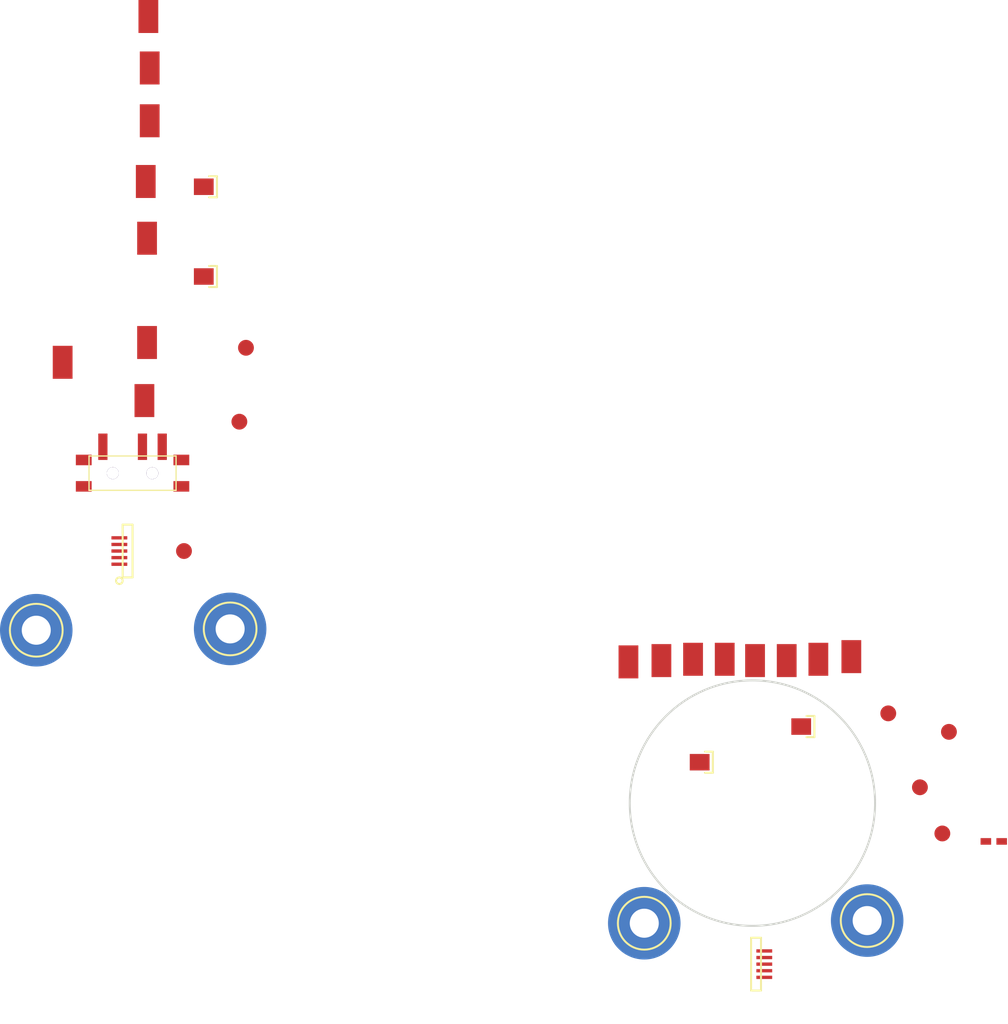
<source format=kicad_pcb>
(kicad_pcb (version 4) (host pcbnew 4.0.7-e2-6376~58~ubuntu14.04.1)

  (general
    (links 35)
    (no_connects 31)
    (area 0 0 0 0)
    (thickness 1.6)
    (drawings 1)
    (tracks 0)
    (zones 0)
    (modules 35)
    (nets 16)
  )

  (page A4)
  (layers
    (0 F.Cu signal)
    (31 B.Cu signal)
    (32 B.Adhes user)
    (33 F.Adhes user)
    (34 B.Paste user)
    (35 F.Paste user)
    (36 B.SilkS user)
    (37 F.SilkS user)
    (38 B.Mask user)
    (39 F.Mask user)
    (40 Dwgs.User user)
    (41 Cmts.User user)
    (42 Eco1.User user)
    (43 Eco2.User user)
    (44 Edge.Cuts user)
    (45 Margin user)
    (46 B.CrtYd user)
    (47 F.CrtYd user)
    (48 B.Fab user)
    (49 F.Fab user)
  )

  (setup
    (last_trace_width 0.25)
    (trace_clearance 0.2)
    (zone_clearance 0.508)
    (zone_45_only no)
    (trace_min 0.2)
    (segment_width 0.2)
    (edge_width 0.15)
    (via_size 0.6)
    (via_drill 0.4)
    (via_min_size 0.4)
    (via_min_drill 0.3)
    (uvia_size 0.3)
    (uvia_drill 0.1)
    (uvias_allowed no)
    (uvia_min_size 0.2)
    (uvia_min_drill 0.1)
    (pcb_text_width 0.3)
    (pcb_text_size 1.5 1.5)
    (mod_edge_width 0.15)
    (mod_text_size 1 1)
    (mod_text_width 0.15)
    (pad_size 1.524 1.524)
    (pad_drill 0.762)
    (pad_to_mask_clearance 0.2)
    (aux_axis_origin 0 0)
    (visible_elements FFFFFF7F)
    (pcbplotparams
      (layerselection 0x00030_80000001)
      (usegerberextensions false)
      (excludeedgelayer true)
      (linewidth 0.100000)
      (plotframeref false)
      (viasonmask false)
      (mode 1)
      (useauxorigin false)
      (hpglpennumber 1)
      (hpglpenspeed 20)
      (hpglpendiameter 15)
      (hpglpenoverlay 2)
      (psnegative false)
      (psa4output false)
      (plotreference true)
      (plotvalue true)
      (plotinvisibletext false)
      (padsonsilk false)
      (subtractmaskfromsilk false)
      (outputformat 1)
      (mirror false)
      (drillshape 1)
      (scaleselection 1)
      (outputdirectory ""))
  )

  (net 0 "")
  (net 1 VCC)
  (net 2 GND)
  (net 3 /LED_BOTTOM_0)
  (net 4 /LED_TOP_0)
  (net 5 /LED_TOP_1)
  (net 6 /LED_BOTTOM_1)
  (net 7 "Net-(NA1-Pad1)")
  (net 8 "Net-(NA3-Pad1)")
  (net 9 "Net-(R1-Pad1)")
  (net 10 "Net-(R3-Pad1)")
  (net 11 "Net-(SW1-Pad3)")
  (net 12 "Net-(TP3-Pad1)")
  (net 13 "Net-(U1-Pad4)")
  (net 14 "Net-(U1-Pad3)")
  (net 15 "Net-(U2-Pad13)")

  (net_class Default "This is the default net class."
    (clearance 0.2)
    (trace_width 0.25)
    (via_dia 0.6)
    (via_drill 0.4)
    (uvia_dia 0.3)
    (uvia_drill 0.1)
    (add_net /LED_BOTTOM_0)
    (add_net /LED_BOTTOM_1)
    (add_net /LED_TOP_0)
    (add_net /LED_TOP_1)
    (add_net GND)
    (add_net "Net-(NA1-Pad1)")
    (add_net "Net-(NA3-Pad1)")
    (add_net "Net-(R1-Pad1)")
    (add_net "Net-(R3-Pad1)")
    (add_net "Net-(SW1-Pad3)")
    (add_net "Net-(TP3-Pad1)")
    (add_net "Net-(U1-Pad3)")
    (add_net "Net-(U1-Pad4)")
    (add_net "Net-(U2-Pad13)")
    (add_net VCC)
  )

  (module KiCad_Footprints:ZF_SMD_NonPol_0402_cap (layer F.Cu) (tedit 591B0C39) (tstamp 5A42C788)
    (at 151.4 112.6)
    (path /5A432063)
    (fp_text reference C1 (at 0 1.25) (layer F.Fab)
      (effects (font (size 1 1) (thickness 0.15)))
    )
    (fp_text value C (at 0 -1.5) (layer F.Fab) hide
      (effects (font (size 1 1) (thickness 0.15)))
    )
    (pad 1 smd rect (at -0.6 0) (size 0.8 0.5) (layers F.Cu F.Paste F.Mask)
      (net 1 VCC))
    (pad 2 smd rect (at 0.6 0) (size 0.8 0.5) (layers F.Cu F.Paste F.Mask)
      (net 2 GND))
    (model Capacitors_SMD.3dshapes/C_0402.wrl
      (at (xyz 0 0 0))
      (scale (xyz 1 1 1))
      (rotate (xyz 0 0 0))
    )
  )

  (module KiCad_Footprints:ZF_SMD_0508_CORD (layer F.Cu) (tedit 5A42C6CD) (tstamp 5A42C78D)
    (at 87.3 50.1)
    (path /5A435F01)
    (fp_text reference D1 (at 0 2.75) (layer F.SilkS) hide
      (effects (font (size 1 1) (thickness 0.15)))
    )
    (fp_text value LED0 (at 0 -3) (layer F.Fab) hide
      (effects (font (size 1 1) (thickness 0.15)))
    )
    (pad 1 smd rect (at 0 0) (size 1.5 2.5) (layers F.Cu F.Paste F.Mask)
      (net 3 /LED_BOTTOM_0))
  )

  (module KiCad_Footprints:ZF_SMD_0508_CORD (layer F.Cu) (tedit 5A42C6CD) (tstamp 5A42C792)
    (at 126.2 98.9)
    (path /5A436804)
    (fp_text reference D2 (at 0 2.75) (layer F.SilkS) hide
      (effects (font (size 1 1) (thickness 0.15)))
    )
    (fp_text value LED1 (at 0 -3) (layer F.Fab) hide
      (effects (font (size 1 1) (thickness 0.15)))
    )
    (pad 1 smd rect (at 0 0) (size 1.5 2.5) (layers F.Cu F.Paste F.Mask)
      (net 4 /LED_TOP_0))
  )

  (module KiCad_Footprints:ZF_SMD_0508_CORD (layer F.Cu) (tedit 5A42C6CD) (tstamp 5A42C797)
    (at 80.8 76.3)
    (path /5A437665)
    (fp_text reference D3 (at 0 2.75) (layer F.SilkS) hide
      (effects (font (size 1 1) (thickness 0.15)))
    )
    (fp_text value LED2 (at 0 -3) (layer F.Fab) hide
      (effects (font (size 1 1) (thickness 0.15)))
    )
    (pad 1 smd rect (at 0 0) (size 1.5 2.5) (layers F.Cu F.Paste F.Mask)
      (net 3 /LED_BOTTOM_0))
  )

  (module KiCad_Footprints:ZF_SMD_0508_CORD (layer F.Cu) (tedit 5A42C6CD) (tstamp 5A42C79C)
    (at 131 98.8)
    (path /5A437671)
    (fp_text reference D4 (at 0 2.75) (layer F.SilkS) hide
      (effects (font (size 1 1) (thickness 0.15)))
    )
    (fp_text value LED3 (at 0 -3) (layer F.Fab) hide
      (effects (font (size 1 1) (thickness 0.15)))
    )
    (pad 1 smd rect (at 0 0) (size 1.5 2.5) (layers F.Cu F.Paste F.Mask)
      (net 5 /LED_TOP_1))
  )

  (module KiCad_Footprints:ZF_SMD_0508_CORD (layer F.Cu) (tedit 5A42C6CD) (tstamp 5A42C7A1)
    (at 87.4 58)
    (path /5A437FF7)
    (fp_text reference D5 (at 0 2.75) (layer F.SilkS) hide
      (effects (font (size 1 1) (thickness 0.15)))
    )
    (fp_text value LED4 (at 0 -3) (layer F.Fab) hide
      (effects (font (size 1 1) (thickness 0.15)))
    )
    (pad 1 smd rect (at 0 0) (size 1.5 2.5) (layers F.Cu F.Paste F.Mask)
      (net 6 /LED_BOTTOM_1))
  )

  (module KiCad_Footprints:ZF_SMD_0508_CORD (layer F.Cu) (tedit 5A42C6CD) (tstamp 5A42C7A6)
    (at 135.7 98.9)
    (path /5A438003)
    (fp_text reference D6 (at 0 2.75) (layer F.SilkS) hide
      (effects (font (size 1 1) (thickness 0.15)))
    )
    (fp_text value LED5 (at 0 -3) (layer F.Fab) hide
      (effects (font (size 1 1) (thickness 0.15)))
    )
    (pad 1 smd rect (at 0 0) (size 1.5 2.5) (layers F.Cu F.Paste F.Mask)
      (net 5 /LED_TOP_1))
  )

  (module KiCad_Footprints:ZF_SMD_0508_CORD (layer F.Cu) (tedit 5A42C6CD) (tstamp 5A42C7AB)
    (at 87 79.2)
    (path /5A438FD2)
    (fp_text reference D7 (at 0 2.75) (layer F.SilkS) hide
      (effects (font (size 1 1) (thickness 0.15)))
    )
    (fp_text value LED6 (at 0 -3) (layer F.Fab) hide
      (effects (font (size 1 1) (thickness 0.15)))
    )
    (pad 1 smd rect (at 0 0) (size 1.5 2.5) (layers F.Cu F.Paste F.Mask)
      (net 6 /LED_BOTTOM_1))
  )

  (module KiCad_Footprints:ZF_SMD_0508_CORD (layer F.Cu) (tedit 5A42C6CD) (tstamp 5A42C7B0)
    (at 140.6 98.6)
    (path /5A438FDE)
    (fp_text reference D8 (at 0 2.75) (layer F.SilkS) hide
      (effects (font (size 1 1) (thickness 0.15)))
    )
    (fp_text value LED7 (at 0 -3) (layer F.Fab) hide
      (effects (font (size 1 1) (thickness 0.15)))
    )
    (pad 1 smd rect (at 0 0) (size 1.5 2.5) (layers F.Cu F.Paste F.Mask)
      (net 4 /LED_TOP_0))
  )

  (module KiCad_Footprints:ZF_SMD_0805_CORD (layer F.Cu) (tedit 5921AD73) (tstamp 5A42C7B5)
    (at 91.5 63)
    (path /5A432159)
    (fp_text reference NA1 (at 0 2.75) (layer F.SilkS) hide
      (effects (font (size 1 1) (thickness 0.15)))
    )
    (fp_text value RST_PULLUP (at 0 -3) (layer F.Fab) hide
      (effects (font (size 1 1) (thickness 0.15)))
    )
    (fp_line (start 1 0.8) (end 0.4 0.8) (layer F.SilkS) (width 0.15))
    (fp_line (start 1 -0.8) (end 1 0.8) (layer F.SilkS) (width 0.15))
    (fp_line (start 0.4 -0.8) (end 1 -0.8) (layer F.SilkS) (width 0.15))
    (pad 1 smd rect (at 0 0) (size 1.5 1.25) (layers F.Cu F.Paste F.Mask)
      (net 7 "Net-(NA1-Pad1)"))
  )

  (module KiCad_Footprints:ZF_SMD_0805_CORD (layer F.Cu) (tedit 5921AD73) (tstamp 5A42C7BA)
    (at 129.1 106.6)
    (path /5A43122D)
    (fp_text reference NA2 (at 0 2.75) (layer F.SilkS) hide
      (effects (font (size 1 1) (thickness 0.15)))
    )
    (fp_text value RST_PULLUP (at 0 -3) (layer F.Fab) hide
      (effects (font (size 1 1) (thickness 0.15)))
    )
    (fp_line (start 1 0.8) (end 0.4 0.8) (layer F.SilkS) (width 0.15))
    (fp_line (start 1 -0.8) (end 1 0.8) (layer F.SilkS) (width 0.15))
    (fp_line (start 0.4 -0.8) (end 1 -0.8) (layer F.SilkS) (width 0.15))
    (pad 1 smd rect (at 0 0) (size 1.5 1.25) (layers F.Cu F.Paste F.Mask)
      (net 1 VCC))
  )

  (module KiCad_Footprints:ZF_SMD_0805_CORD (layer F.Cu) (tedit 5921AD73) (tstamp 5A42C7BF)
    (at 91.5 69.8)
    (path /5A433F51)
    (fp_text reference NA3 (at 0 2.75) (layer F.SilkS) hide
      (effects (font (size 1 1) (thickness 0.15)))
    )
    (fp_text value JMP_GND (at 0 -3) (layer F.Fab) hide
      (effects (font (size 1 1) (thickness 0.15)))
    )
    (fp_line (start 1 0.8) (end 0.4 0.8) (layer F.SilkS) (width 0.15))
    (fp_line (start 1 -0.8) (end 1 0.8) (layer F.SilkS) (width 0.15))
    (fp_line (start 0.4 -0.8) (end 1 -0.8) (layer F.SilkS) (width 0.15))
    (pad 1 smd rect (at 0 0) (size 1.5 1.25) (layers F.Cu F.Paste F.Mask)
      (net 8 "Net-(NA3-Pad1)"))
  )

  (module KiCad_Footprints:ZF_SMD_0805_CORD (layer F.Cu) (tedit 5921AD73) (tstamp 5A42C7C4)
    (at 136.8 103.9)
    (path /5A43408A)
    (fp_text reference NA4 (at 0 2.75) (layer F.SilkS) hide
      (effects (font (size 1 1) (thickness 0.15)))
    )
    (fp_text value JMP_GND (at 0 -3) (layer F.Fab) hide
      (effects (font (size 1 1) (thickness 0.15)))
    )
    (fp_line (start 1 0.8) (end 0.4 0.8) (layer F.SilkS) (width 0.15))
    (fp_line (start 1 -0.8) (end 1 0.8) (layer F.SilkS) (width 0.15))
    (fp_line (start 0.4 -0.8) (end 1 -0.8) (layer F.SilkS) (width 0.15))
    (pad 1 smd rect (at 0 0) (size 1.5 1.25) (layers F.Cu F.Paste F.Mask)
      (net 2 GND))
  )

  (module KiCad_Footprints:ZF_STRUCT_2-2_HOLE (layer F.Cu) (tedit 599B0E4B) (tstamp 5A42C7CA)
    (at 93.5 96.5)
    (path /5A43068F)
    (fp_text reference R1 (at 0 2.25) (layer F.SilkS) hide
      (effects (font (size 1 1) (thickness 0.15)))
    )
    (fp_text value BATT0- (at 0 -3) (layer F.Fab) hide
      (effects (font (size 1 1) (thickness 0.15)))
    )
    (fp_circle (center 0 0) (end 2 0) (layer F.SilkS) (width 0.15))
    (pad 1 thru_hole circle (at 0 0) (size 4 4) (drill 2.2) (layers *.Cu *.Mask)
      (net 9 "Net-(R1-Pad1)"))
    (pad 1 smd circle (at 0 0) (size 5.5 5.5) (layers B.Cu F.Paste F.Mask)
      (net 9 "Net-(R1-Pad1)"))
  )

  (module KiCad_Footprints:ZF_STRUCT_2-2_HOLE (layer F.Cu) (tedit 599B0E4B) (tstamp 5A42C7D0)
    (at 141.8 118.6)
    (path /5A430319)
    (fp_text reference R2 (at 0 2.25) (layer F.SilkS) hide
      (effects (font (size 1 1) (thickness 0.15)))
    )
    (fp_text value BATT0+ (at 0 -3) (layer F.Fab) hide
      (effects (font (size 1 1) (thickness 0.15)))
    )
    (fp_circle (center 0 0) (end 2 0) (layer F.SilkS) (width 0.15))
    (pad 1 thru_hole circle (at 0 0) (size 4 4) (drill 2.2) (layers *.Cu *.Mask)
      (net 1 VCC))
    (pad 1 smd circle (at 0 0) (size 5.5 5.5) (layers B.Cu F.Paste F.Mask)
      (net 1 VCC))
  )

  (module KiCad_Footprints:ZF_STRUCT_2-2_HOLE (layer F.Cu) (tedit 599B0E4B) (tstamp 5A42C7D6)
    (at 78.8 96.6)
    (path /5A43078A)
    (fp_text reference R3 (at 0 2.25) (layer F.SilkS) hide
      (effects (font (size 1 1) (thickness 0.15)))
    )
    (fp_text value BATT1+ (at 0 -3) (layer F.Fab) hide
      (effects (font (size 1 1) (thickness 0.15)))
    )
    (fp_circle (center 0 0) (end 2 0) (layer F.SilkS) (width 0.15))
    (pad 1 thru_hole circle (at 0 0) (size 4 4) (drill 2.2) (layers *.Cu *.Mask)
      (net 10 "Net-(R3-Pad1)"))
    (pad 1 smd circle (at 0 0) (size 5.5 5.5) (layers B.Cu F.Paste F.Mask)
      (net 10 "Net-(R3-Pad1)"))
  )

  (module KiCad_Footprints:ZF_STRUCT_2-2_HOLE (layer F.Cu) (tedit 599B0E4B) (tstamp 5A42C7DC)
    (at 124.9 118.8)
    (path /5A4303EE)
    (fp_text reference R4 (at 0 2.25) (layer F.SilkS) hide
      (effects (font (size 1 1) (thickness 0.15)))
    )
    (fp_text value BATT1- (at 0 -3) (layer F.Fab) hide
      (effects (font (size 1 1) (thickness 0.15)))
    )
    (fp_circle (center 0 0) (end 2 0) (layer F.SilkS) (width 0.15))
    (pad 1 thru_hole circle (at 0 0) (size 4 4) (drill 2.2) (layers *.Cu *.Mask)
      (net 2 GND))
    (pad 1 smd circle (at 0 0) (size 5.5 5.5) (layers B.Cu F.Paste F.Mask)
      (net 2 GND))
  )

  (module KiCad_Footprints:ZF_SMD_0508_CORD (layer F.Cu) (tedit 5A42C6CD) (tstamp 5A42C7E1)
    (at 123.7 99)
    (path /5A42C253)
    (fp_text reference R5 (at 0 2.75) (layer F.SilkS) hide
      (effects (font (size 1 1) (thickness 0.15)))
    )
    (fp_text value LED0 (at 0 -3) (layer F.Fab) hide
      (effects (font (size 1 1) (thickness 0.15)))
    )
    (pad 1 smd rect (at 0 0) (size 1.5 2.5) (layers F.Cu F.Paste F.Mask)
      (net 4 /LED_TOP_0))
  )

  (module KiCad_Footprints:ZF_SMD_0508_CORD (layer F.Cu) (tedit 5A42C6CD) (tstamp 5A42C7E6)
    (at 87.4 54)
    (path /5A4367FE)
    (fp_text reference R6 (at 0 2.75) (layer F.SilkS) hide
      (effects (font (size 1 1) (thickness 0.15)))
    )
    (fp_text value LED1 (at 0 -3) (layer F.Fab) hide
      (effects (font (size 1 1) (thickness 0.15)))
    )
    (pad 1 smd rect (at 0 0) (size 1.5 2.5) (layers F.Cu F.Paste F.Mask)
      (net 3 /LED_BOTTOM_0))
  )

  (module KiCad_Footprints:ZF_SMD_0508_CORD (layer F.Cu) (tedit 5A42C6CD) (tstamp 5A42C7EB)
    (at 128.6 98.8)
    (path /5A43765F)
    (fp_text reference R7 (at 0 2.75) (layer F.SilkS) hide
      (effects (font (size 1 1) (thickness 0.15)))
    )
    (fp_text value LED2 (at 0 -3) (layer F.Fab) hide
      (effects (font (size 1 1) (thickness 0.15)))
    )
    (pad 1 smd rect (at 0 0) (size 1.5 2.5) (layers F.Cu F.Paste F.Mask)
      (net 5 /LED_TOP_1))
  )

  (module KiCad_Footprints:ZF_SMD_0508_CORD (layer F.Cu) (tedit 5A42C6CD) (tstamp 5A42C7F0)
    (at 87.2 74.8)
    (path /5A43766B)
    (fp_text reference R8 (at 0 2.75) (layer F.SilkS) hide
      (effects (font (size 1 1) (thickness 0.15)))
    )
    (fp_text value LED3 (at 0 -3) (layer F.Fab) hide
      (effects (font (size 1 1) (thickness 0.15)))
    )
    (pad 1 smd rect (at 0 0) (size 1.5 2.5) (layers F.Cu F.Paste F.Mask)
      (net 3 /LED_BOTTOM_0))
  )

  (module KiCad_Footprints:ZF_SMD_0508_CORD (layer F.Cu) (tedit 5A42C6CD) (tstamp 5A42C7F5)
    (at 133.3 98.9)
    (path /5A437FF1)
    (fp_text reference R9 (at 0 2.75) (layer F.SilkS) hide
      (effects (font (size 1 1) (thickness 0.15)))
    )
    (fp_text value LED4 (at 0 -3) (layer F.Fab) hide
      (effects (font (size 1 1) (thickness 0.15)))
    )
    (pad 1 smd rect (at 0 0) (size 1.5 2.5) (layers F.Cu F.Paste F.Mask)
      (net 5 /LED_TOP_1))
  )

  (module KiCad_Footprints:ZF_SMD_0508_CORD (layer F.Cu) (tedit 5A42C6CD) (tstamp 5A42C7FA)
    (at 87.1 62.6)
    (path /5A437FFD)
    (fp_text reference R10 (at 0 2.75) (layer F.SilkS) hide
      (effects (font (size 1 1) (thickness 0.15)))
    )
    (fp_text value LED5 (at 0 -3) (layer F.Fab) hide
      (effects (font (size 1 1) (thickness 0.15)))
    )
    (pad 1 smd rect (at 0 0) (size 1.5 2.5) (layers F.Cu F.Paste F.Mask)
      (net 6 /LED_BOTTOM_1))
  )

  (module KiCad_Footprints:ZF_SMD_0508_CORD (layer F.Cu) (tedit 5A42C6CD) (tstamp 5A42C7FF)
    (at 138.1 98.8)
    (path /5A438FCC)
    (fp_text reference R11 (at 0 2.75) (layer F.SilkS) hide
      (effects (font (size 1 1) (thickness 0.15)))
    )
    (fp_text value LED6 (at 0 -3) (layer F.Fab) hide
      (effects (font (size 1 1) (thickness 0.15)))
    )
    (pad 1 smd rect (at 0 0) (size 1.5 2.5) (layers F.Cu F.Paste F.Mask)
      (net 4 /LED_TOP_0))
  )

  (module KiCad_Footprints:ZF_SMD_0508_CORD (layer F.Cu) (tedit 5A42C6CD) (tstamp 5A42C804)
    (at 87.2 66.9)
    (path /5A438FD8)
    (fp_text reference R12 (at 0 2.75) (layer F.SilkS) hide
      (effects (font (size 1 1) (thickness 0.15)))
    )
    (fp_text value LED7 (at 0 -3) (layer F.Fab) hide
      (effects (font (size 1 1) (thickness 0.15)))
    )
    (pad 1 smd rect (at 0 0) (size 1.5 2.5) (layers F.Cu F.Paste F.Mask)
      (net 6 /LED_BOTTOM_1))
  )

  (module KiCad_Footprints:ZF_SW_PCM12SMTR (layer F.Cu) (tedit 59C16B90) (tstamp 5A42C811)
    (at 86.1 84.7)
    (path /5A430BC6)
    (fp_text reference SW1 (at 0 9) (layer F.SilkS) hide
      (effects (font (size 1 1) (thickness 0.15)))
    )
    (fp_text value SW_SPDT (at 0 -6) (layer F.Fab) hide
      (effects (font (size 1 1) (thickness 0.15)))
    )
    (fp_line (start -3.3 1.3) (end -3.3 -1.3) (layer F.SilkS) (width 0.1))
    (fp_line (start 3.3 1.3) (end -3.3 1.3) (layer F.SilkS) (width 0.1))
    (fp_line (start 3.3 -1.3) (end 3.3 1.3) (layer F.SilkS) (width 0.1))
    (fp_line (start -3.3 -1.3) (end 3.3 -1.3) (layer F.SilkS) (width 0.1))
    (pad 2 smd rect (at 0.75 -2) (size 0.7 2) (layers F.Cu F.Paste F.Mask)
      (net 9 "Net-(R1-Pad1)"))
    (pad 3 smd rect (at 2.25 -2) (size 0.7 2) (layers F.Cu F.Paste F.Mask)
      (net 11 "Net-(SW1-Pad3)"))
    (pad 1 smd rect (at -2.25 -2) (size 0.7 2) (layers F.Cu F.Paste F.Mask)
      (net 10 "Net-(R3-Pad1)"))
    (pad "" smd rect (at -3.7 -1) (size 1.2 0.8) (layers F.Cu F.Paste F.Mask))
    (pad "" smd rect (at -3.7 1) (size 1.2 0.8) (layers F.Cu F.Paste F.Mask))
    (pad "" smd rect (at 3.7 -1) (size 1.2 0.8) (layers F.Cu F.Paste F.Mask))
    (pad "" smd rect (at 3.7 1) (size 1.2 0.8) (layers F.Cu F.Paste F.Mask))
    (pad "" thru_hole circle (at 1.5 0) (size 0.9 0.9) (drill 0.9) (layers *.Cu *.Mask))
    (pad "" thru_hole circle (at -1.5 0) (size 0.9 0.9) (drill 0.9) (layers *.Cu *.Mask))
  )

  (module KiCad_Footprints:ZF_CONN_1-2_pad (layer F.Cu) (tedit 59D522F4) (tstamp 5A42C816)
    (at 94.7 75.2)
    (path /5A432B82)
    (attr smd)
    (fp_text reference TP1 (at 0 1.5) (layer Cmts.User)
      (effects (font (size 1 1) (thickness 0.15)))
    )
    (fp_text value RESET (at 0 -1.6) (layer F.Fab) hide
      (effects (font (size 1 1) (thickness 0.15)))
    )
    (pad 1 smd circle (at 0 0) (size 1.2 1.2) (layers F.Cu)
      (net 7 "Net-(NA1-Pad1)"))
  )

  (module KiCad_Footprints:ZF_CONN_1-2_pad (layer F.Cu) (tedit 59D522F4) (tstamp 5A42C81B)
    (at 90 90.6)
    (path /5A42DADA)
    (attr smd)
    (fp_text reference TP2 (at 0 1.5) (layer Cmts.User)
      (effects (font (size 1 1) (thickness 0.15)))
    )
    (fp_text value SCK (at 0 -1.6) (layer F.Fab) hide
      (effects (font (size 1 1) (thickness 0.15)))
    )
    (pad 1 smd circle (at 0 0) (size 1.2 1.2) (layers F.Cu)
      (net 4 /LED_TOP_0))
  )

  (module KiCad_Footprints:ZF_CONN_1-2_pad (layer F.Cu) (tedit 59D522F4) (tstamp 5A42C820)
    (at 145.8 108.5)
    (path /5A42DC11)
    (attr smd)
    (fp_text reference TP3 (at 0 1.5) (layer Cmts.User)
      (effects (font (size 1 1) (thickness 0.15)))
    )
    (fp_text value MISO (at 0 -1.6) (layer F.Fab) hide
      (effects (font (size 1 1) (thickness 0.15)))
    )
    (pad 1 smd circle (at 0 0) (size 1.2 1.2) (layers F.Cu)
      (net 12 "Net-(TP3-Pad1)"))
  )

  (module KiCad_Footprints:ZF_CONN_1-2_pad (layer F.Cu) (tedit 59D522F4) (tstamp 5A42C825)
    (at 147.5 112)
    (path /5A42DD03)
    (attr smd)
    (fp_text reference TP4 (at 0 1.5) (layer Cmts.User)
      (effects (font (size 1 1) (thickness 0.15)))
    )
    (fp_text value MOSI (at 0 -1.6) (layer F.Fab) hide
      (effects (font (size 1 1) (thickness 0.15)))
    )
    (pad 1 smd circle (at 0 0) (size 1.2 1.2) (layers F.Cu)
      (net 5 /LED_TOP_1))
  )

  (module KiCad_Footprints:ZF_CONN_1-2_pad (layer F.Cu) (tedit 59D522F4) (tstamp 5A42C82A)
    (at 148 104.3)
    (path /5A42F2C2)
    (attr smd)
    (fp_text reference TP5 (at 0 1.5) (layer Cmts.User)
      (effects (font (size 1 1) (thickness 0.15)))
    )
    (fp_text value VCC (at 0 -1.6) (layer F.Fab) hide
      (effects (font (size 1 1) (thickness 0.15)))
    )
    (pad 1 smd circle (at 0 0) (size 1.2 1.2) (layers F.Cu)
      (net 1 VCC))
  )

  (module KiCad_Footprints:ZF_CONN_1-2_pad (layer F.Cu) (tedit 59D522F4) (tstamp 5A42C82F)
    (at 143.4 102.9)
    (path /5A42F49D)
    (attr smd)
    (fp_text reference TP6 (at 0 1.5) (layer Cmts.User)
      (effects (font (size 1 1) (thickness 0.15)))
    )
    (fp_text value GND (at 0 -1.6) (layer F.Fab) hide
      (effects (font (size 1 1) (thickness 0.15)))
    )
    (pad 1 smd circle (at 0 0) (size 1.2 1.2) (layers F.Cu)
      (net 2 GND))
  )

  (module KiCad_Footprints:ZF_CONN_1-2_pad (layer F.Cu) (tedit 59D522F4) (tstamp 5A42C834)
    (at 94.2 80.8)
    (path /5A433B99)
    (attr smd)
    (fp_text reference TP7 (at 0 1.5) (layer Cmts.User)
      (effects (font (size 1 1) (thickness 0.15)))
    )
    (fp_text value GND (at 0 -1.6) (layer F.Fab) hide
      (effects (font (size 1 1) (thickness 0.15)))
    )
    (pad 1 smd circle (at 0 0) (size 1.2 1.2) (layers F.Cu)
      (net 8 "Net-(NA3-Pad1)"))
  )

  (module KiCad_Footprints:ZF_IC_MLF20-050_CORD_1-5 (layer F.Cu) (tedit 5939EB45) (tstamp 5A42C83D)
    (at 85.6 90.6)
    (path /5A42C0B8)
    (fp_text reference U1 (at 0 3.7) (layer Cmts.User)
      (effects (font (size 1 1) (thickness 0.15)))
    )
    (fp_text value ATtiny85_QFN20_1-5 (at 0 -3.7) (layer F.Fab) hide
      (effects (font (size 1 1) (thickness 0.15)))
    )
    (fp_line (start 0.5 -2) (end -0.25 -2) (layer F.SilkS) (width 0.15))
    (fp_line (start 0.5 2) (end 0.5 -2) (layer F.SilkS) (width 0.15))
    (fp_line (start -0.25 2) (end 0.5 2) (layer F.SilkS) (width 0.15))
    (fp_circle (center -0.5 2.25) (end -0.5 2.5) (layer F.SilkS) (width 0.15))
    (fp_line (start -0.25 -1.35) (end -0.25 -1.55) (layer F.SilkS) (width 0.15))
    (fp_line (start -0.25 -1.75) (end -0.25 -1.85) (layer F.SilkS) (width 0.15))
    (fp_line (start -0.25 -2) (end -0.25 2) (layer F.SilkS) (width 0.15))
    (pad 5 smd rect (at -0.5 -1) (size 1.2 0.25) (layers F.Cu F.Paste F.Mask)
      (net 6 /LED_BOTTOM_1))
    (pad 4 smd rect (at -0.5 -0.5) (size 1.2 0.25) (layers F.Cu F.Paste F.Mask)
      (net 13 "Net-(U1-Pad4)"))
    (pad 3 smd rect (at -0.5 0) (size 1.2 0.25) (layers F.Cu F.Paste F.Mask)
      (net 14 "Net-(U1-Pad3)"))
    (pad 2 smd rect (at -0.5 0.5) (size 1.2 0.25) (layers F.Cu F.Paste F.Mask)
      (net 3 /LED_BOTTOM_0))
    (pad 1 smd rect (at -0.5 1) (size 1.2 0.25) (layers F.Cu F.Paste F.Mask)
      (net 7 "Net-(NA1-Pad1)"))
    (model Housings_DFN_QFN.3dshapes/QFN-20-1EP_4x4mm_Pitch0.5mm.wrl
      (at (xyz 0 0 0))
      (scale (xyz 1 1 1))
      (rotate (xyz 0 0 0))
    )
  )

  (module KiCad_Footprints:ZF_IC_MLF20-050_CORD_11-15 (layer F.Cu) (tedit 5939EE36) (tstamp 5A42C846)
    (at 133.5 121.9)
    (path /5A42C151)
    (fp_text reference U2 (at 0 3.7) (layer Cmts.User)
      (effects (font (size 1 1) (thickness 0.15)))
    )
    (fp_text value ATtiny85_QFN20_11-15 (at 0 -3.7) (layer F.Fab) hide
      (effects (font (size 1 1) (thickness 0.15)))
    )
    (fp_line (start -0.5 2) (end 0.25 2) (layer F.SilkS) (width 0.15))
    (fp_line (start -0.5 -2) (end -0.5 2) (layer F.SilkS) (width 0.15))
    (fp_line (start 0.25 -2) (end -0.5 -2) (layer F.SilkS) (width 0.15))
    (fp_line (start 0.25 2) (end 0.25 -2) (layer F.SilkS) (width 0.15))
    (pad 15 smd rect (at 0.5 1) (size 1.2 0.25) (layers F.Cu F.Paste F.Mask)
      (net 1 VCC))
    (pad 14 smd rect (at 0.5 0.5) (size 1.2 0.25) (layers F.Cu F.Paste F.Mask)
      (net 4 /LED_TOP_0))
    (pad 13 smd rect (at 0.5 0) (size 1.2 0.25) (layers F.Cu F.Paste F.Mask)
      (net 15 "Net-(U2-Pad13)"))
    (pad 12 smd rect (at 0.5 -0.5) (size 1.2 0.25) (layers F.Cu F.Paste F.Mask)
      (net 12 "Net-(TP3-Pad1)"))
    (pad 11 smd rect (at 0.5 -1) (size 1.2 0.25) (layers F.Cu F.Paste F.Mask)
      (net 5 /LED_TOP_1))
    (model Housings_DFN_QFN.3dshapes/QFN-20-1EP_4x4mm_Pitch0.5mm.wrl
      (at (xyz 0 0 0))
      (scale (xyz 1 1 1))
      (rotate (xyz 0 0 0))
    )
  )

  (gr_circle (center 133.1 109.7) (end 142.4 109.7) (layer Edge.Cuts) (width 0.15))

)

</source>
